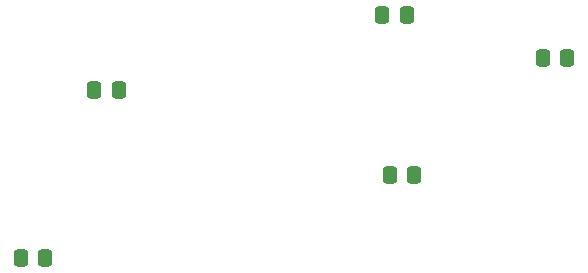
<source format=gbp>
%TF.GenerationSoftware,KiCad,Pcbnew,9.0.3*%
%TF.CreationDate,2025-07-27T11:41:57+09:00*%
%TF.ProjectId,LFOSeparate,4c464f53-6570-4617-9261-74652e6b6963,rev?*%
%TF.SameCoordinates,Original*%
%TF.FileFunction,Paste,Bot*%
%TF.FilePolarity,Positive*%
%FSLAX46Y46*%
G04 Gerber Fmt 4.6, Leading zero omitted, Abs format (unit mm)*
G04 Created by KiCad (PCBNEW 9.0.3) date 2025-07-27 11:41:57*
%MOMM*%
%LPD*%
G01*
G04 APERTURE LIST*
G04 Aperture macros list*
%AMRoundRect*
0 Rectangle with rounded corners*
0 $1 Rounding radius*
0 $2 $3 $4 $5 $6 $7 $8 $9 X,Y pos of 4 corners*
0 Add a 4 corners polygon primitive as box body*
4,1,4,$2,$3,$4,$5,$6,$7,$8,$9,$2,$3,0*
0 Add four circle primitives for the rounded corners*
1,1,$1+$1,$2,$3*
1,1,$1+$1,$4,$5*
1,1,$1+$1,$6,$7*
1,1,$1+$1,$8,$9*
0 Add four rect primitives between the rounded corners*
20,1,$1+$1,$2,$3,$4,$5,0*
20,1,$1+$1,$4,$5,$6,$7,0*
20,1,$1+$1,$6,$7,$8,$9,0*
20,1,$1+$1,$8,$9,$2,$3,0*%
G04 Aperture macros list end*
%ADD10RoundRect,0.250000X0.337500X0.475000X-0.337500X0.475000X-0.337500X-0.475000X0.337500X-0.475000X0*%
%ADD11RoundRect,0.250000X-0.337500X-0.475000X0.337500X-0.475000X0.337500X0.475000X-0.337500X0.475000X0*%
G04 APERTURE END LIST*
D10*
%TO.C,C10*%
X135530500Y-41910000D03*
X133455500Y-41910000D03*
%TD*%
%TO.C,C6*%
X111146500Y-48260000D03*
X109071500Y-48260000D03*
%TD*%
D11*
%TO.C,C7*%
X102848500Y-62484000D03*
X104923500Y-62484000D03*
%TD*%
%TO.C,C11*%
X134090500Y-55499000D03*
X136165500Y-55499000D03*
%TD*%
%TO.C,C2*%
X147044500Y-45593000D03*
X149119500Y-45593000D03*
%TD*%
M02*

</source>
